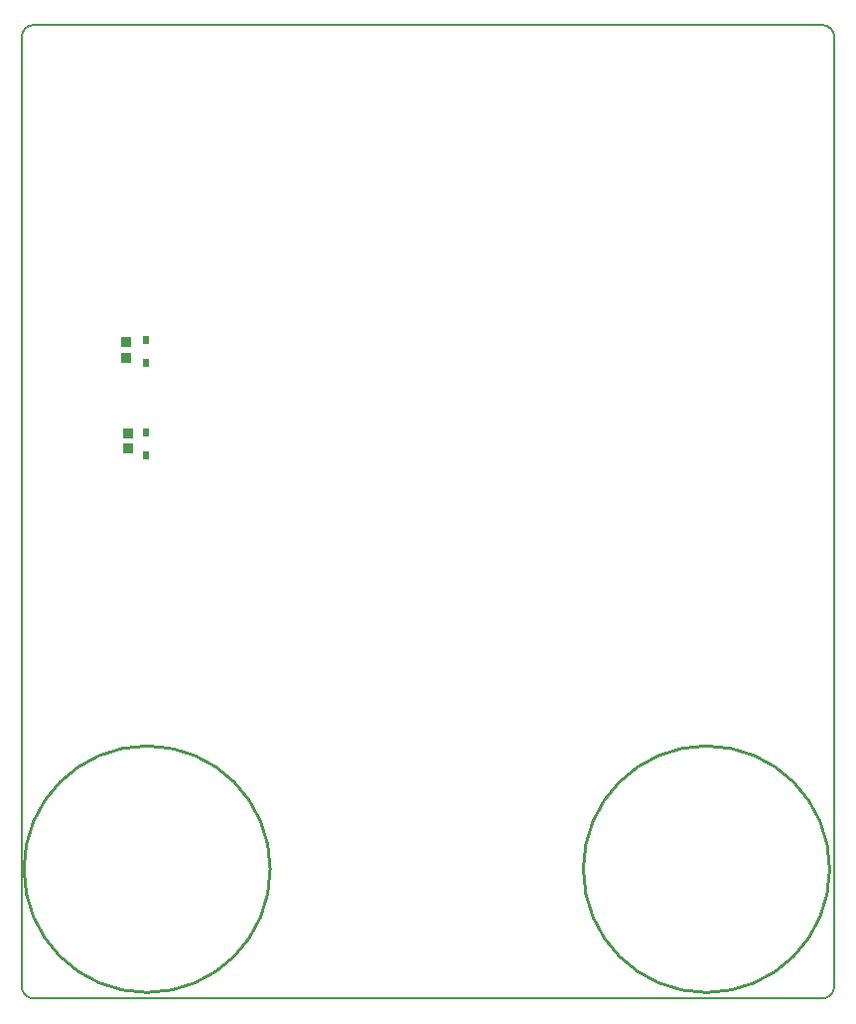
<source format=gbp>
G04*
G04 #@! TF.GenerationSoftware,Altium Limited,Altium Designer,20.0.10 (225)*
G04*
G04 Layer_Color=128*
%FSLAX44Y44*%
%MOMM*%
G71*
G01*
G75*
%ADD10C,0.2540*%
%ADD11C,0.2000*%
%ADD22R,0.9500X0.8500*%
%ADD87R,0.5000X0.8000*%
D10*
X596440Y3251020D02*
G03*
X596440Y3251020I-105000J0D01*
G01*
X1073380D02*
G03*
X1073380Y3251020I-105000J0D01*
G01*
D11*
X1066920Y3140980D02*
G03*
X1077440Y3151500I0J10520D01*
G01*
X384430D02*
G03*
X394950Y3140980I10520J0D01*
G01*
X1077440Y3959500D02*
G03*
X1066920Y3970020I-10520J0D01*
G01*
X394950Y3970000D02*
G03*
X384430Y3959480I0J-10520D01*
G01*
X1077400Y3151011D02*
Y3959500D01*
X394940Y3140990D02*
X1067380D01*
X384430Y3151500D02*
Y3959480D01*
X394950Y3970000D02*
X1067380D01*
D22*
X474980Y3622190D02*
D03*
Y3609190D02*
D03*
X473710Y3699660D02*
D03*
Y3686660D02*
D03*
D87*
X490220Y3623150D02*
D03*
Y3603150D02*
D03*
Y3701890D02*
D03*
Y3681890D02*
D03*
M02*

</source>
